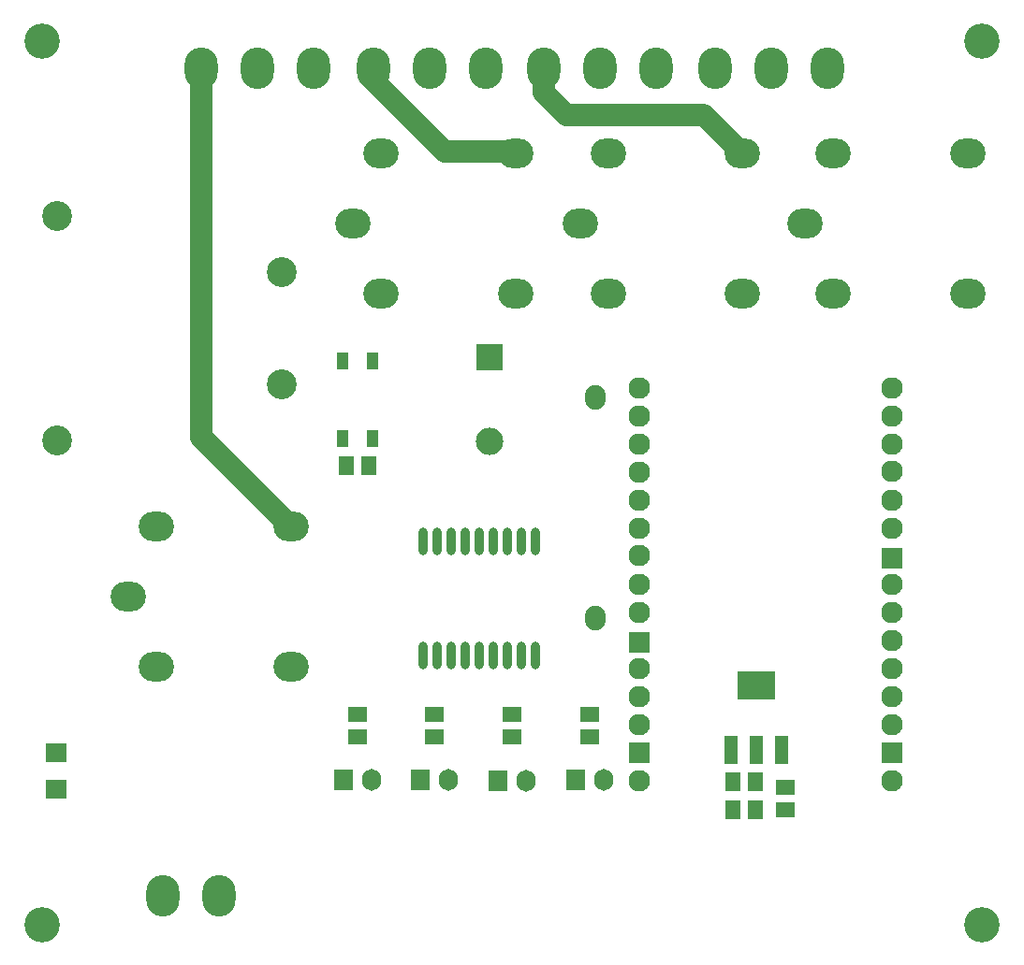
<source format=gts>
G04 Layer_Color=8388736*
%FSLAX44Y44*%
%MOMM*%
G71*
G01*
G75*
%ADD43C,2.0000*%
%ADD44R,3.5032X2.6032*%
%ADD45R,1.2032X2.6032*%
%ADD46R,1.4732X1.8034*%
%ADD47R,1.8034X1.4732*%
%ADD48O,0.8032X2.5032*%
%ADD49R,1.1032X1.5032*%
%ADD50R,1.8542X1.7272*%
%ADD51R,1.9558X1.9558*%
%ADD52C,1.9558*%
%ADD53O,1.8542X2.2352*%
%ADD54O,2.9972X3.7592*%
%ADD55C,2.7032*%
%ADD56C,2.4892*%
%ADD57R,2.4892X2.4892*%
%ADD58O,3.2032X2.7032*%
%ADD59R,1.7272X1.9812*%
%ADD60O,1.7272X1.9812*%
%ADD61C,3.2032*%
D43*
X-280800Y40800D02*
X-200000Y-40000D01*
X-280800Y40800D02*
Y375000D01*
X-2000Y300000D02*
X0Y298000D01*
X-61000Y300000D02*
X-2000D01*
X-69000Y308000D02*
X-61000Y300000D01*
X-91000Y330000D02*
X-69000Y308000D01*
X-125000Y364000D02*
X-91000Y330000D01*
X-125000Y364000D02*
Y375000D01*
X174000Y333000D02*
X208500Y298500D01*
X49000Y333000D02*
X174000D01*
X29200Y352800D02*
X49000Y333000D01*
X29200Y352800D02*
Y375000D01*
D44*
X221000Y-184000D02*
D03*
D45*
X244000Y-242000D02*
D03*
X221000Y-242000D02*
D03*
X198000Y-242000D02*
D03*
D46*
X199680Y-296000D02*
D03*
X220000D02*
D03*
X199680Y-271000D02*
D03*
X220000D02*
D03*
X-129840Y15000D02*
D03*
X-150160D02*
D03*
D47*
X247000Y-296000D02*
D03*
Y-275680D02*
D03*
X70000Y-209840D02*
D03*
Y-230160D02*
D03*
X0Y-210000D02*
D03*
Y-230320D02*
D03*
X-70000Y-209680D02*
D03*
Y-230000D02*
D03*
X-140000Y-209840D02*
D03*
Y-230160D02*
D03*
D48*
X20800Y-53001D02*
D03*
X8100D02*
D03*
X-4600D02*
D03*
X-17300D02*
D03*
X-30000D02*
D03*
X-42700D02*
D03*
X-55400D02*
D03*
X-68100D02*
D03*
X-80800D02*
D03*
X20800Y-156999D02*
D03*
X8100D02*
D03*
X-4600D02*
D03*
X-17300D02*
D03*
X-30000D02*
D03*
X-42700D02*
D03*
X-55400D02*
D03*
X-68100D02*
D03*
X-80800D02*
D03*
D49*
X-153500Y110000D02*
D03*
X-126500D02*
D03*
Y40000D02*
D03*
X-153500D02*
D03*
D50*
X-412238Y-244982D02*
D03*
Y-278002D02*
D03*
D51*
X343600Y-68470D02*
D03*
X115000Y-245000D02*
D03*
Y-144670D02*
D03*
X343600Y-245000D02*
D03*
D52*
X115000Y-270400D02*
D03*
Y-168800D02*
D03*
Y-194200D02*
D03*
Y-219600D02*
D03*
Y-118000D02*
D03*
Y-92600D02*
D03*
Y-65930D02*
D03*
Y85200D02*
D03*
Y59800D02*
D03*
Y34400D02*
D03*
Y9000D02*
D03*
Y-16400D02*
D03*
Y-41800D02*
D03*
X343600Y-270400D02*
D03*
Y-168800D02*
D03*
Y-194200D02*
D03*
Y-219600D02*
D03*
Y-143400D02*
D03*
Y-118000D02*
D03*
Y-92600D02*
D03*
Y85200D02*
D03*
Y59800D02*
D03*
Y34400D02*
D03*
Y10270D02*
D03*
Y-16400D02*
D03*
Y-41800D02*
D03*
D53*
X75000Y-123000D02*
D03*
Y77000D02*
D03*
D54*
X234200Y375000D02*
D03*
X285000D02*
D03*
X183400D02*
D03*
X80000D02*
D03*
X130800D02*
D03*
X29200D02*
D03*
X-74200D02*
D03*
X-23400D02*
D03*
X-125000D02*
D03*
X-230000D02*
D03*
X-179200D02*
D03*
X-280800D02*
D03*
X-264600Y-374000D02*
D03*
X-315400D02*
D03*
D55*
X-208400Y190800D02*
D03*
Y89200D02*
D03*
X-411600Y38400D02*
D03*
Y241600D02*
D03*
D56*
X-20000Y36900D02*
D03*
D57*
Y113100D02*
D03*
D58*
X-200000Y-167000D02*
D03*
Y-40000D02*
D03*
X-321600Y-167000D02*
D03*
Y-40000D02*
D03*
X-347000Y-103500D02*
D03*
X3500Y171500D02*
D03*
Y298500D02*
D03*
X-118100Y171500D02*
D03*
Y298500D02*
D03*
X-143500Y235000D02*
D03*
X208500Y171500D02*
D03*
Y298500D02*
D03*
X86900Y171500D02*
D03*
Y298500D02*
D03*
X61500Y235000D02*
D03*
X412000Y171500D02*
D03*
Y298500D02*
D03*
X290400Y171500D02*
D03*
Y298500D02*
D03*
X265000Y235000D02*
D03*
D59*
X-152700Y-269000D02*
D03*
X-82700D02*
D03*
X-12700Y-270000D02*
D03*
X57300Y-269000D02*
D03*
D60*
X-127300D02*
D03*
X-57300D02*
D03*
X12700Y-270000D02*
D03*
X82700Y-269000D02*
D03*
D61*
X-425000Y400000D02*
D03*
X425000D02*
D03*
X-425000Y-400000D02*
D03*
X425000D02*
D03*
M02*

</source>
